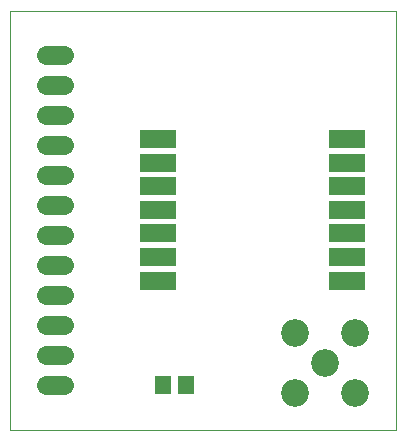
<source format=gts>
G75*
G70*
%OFA0B0*%
%FSLAX24Y24*%
%IPPOS*%
%LPD*%
%AMOC8*
5,1,8,0,0,1.08239X$1,22.5*
%
%ADD10C,0.0000*%
%ADD11R,0.1221X0.0631*%
%ADD12R,0.0552X0.0631*%
%ADD13C,0.0926*%
%ADD14C,0.0640*%
D10*
X003000Y001708D02*
X003000Y015704D01*
X015870Y015704D01*
X015870Y001708D01*
X003000Y001708D01*
D11*
X007938Y006702D03*
X007938Y007489D03*
X007938Y008276D03*
X007938Y009064D03*
X007938Y009851D03*
X007938Y010639D03*
X007938Y011426D03*
X014237Y011426D03*
X014237Y010639D03*
X014237Y009851D03*
X014237Y009064D03*
X014237Y008276D03*
X014237Y007489D03*
X014237Y006702D03*
D12*
X008874Y003208D03*
X008126Y003208D03*
D13*
X012500Y002958D03*
X013500Y003958D03*
X014500Y002958D03*
X014500Y004958D03*
X012500Y004958D03*
D14*
X004800Y005208D02*
X004200Y005208D01*
X004200Y004208D02*
X004800Y004208D01*
X004800Y003208D02*
X004200Y003208D01*
X004200Y006208D02*
X004800Y006208D01*
X004800Y007208D02*
X004200Y007208D01*
X004200Y008208D02*
X004800Y008208D01*
X004800Y009208D02*
X004200Y009208D01*
X004200Y010208D02*
X004800Y010208D01*
X004800Y011208D02*
X004200Y011208D01*
X004200Y012208D02*
X004800Y012208D01*
X004800Y013208D02*
X004200Y013208D01*
X004200Y014208D02*
X004800Y014208D01*
M02*

</source>
